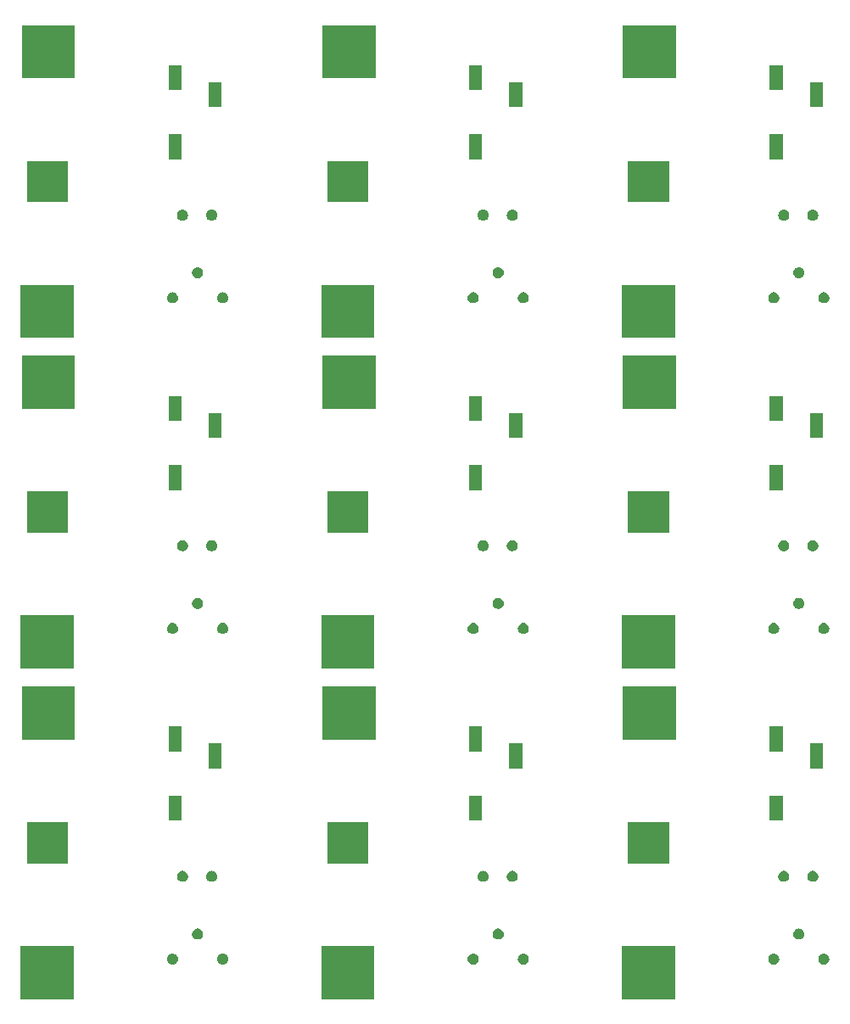
<source format=gbs>
G04 #@! TF.GenerationSoftware,KiCad,Pcbnew,5.1.0*
G04 #@! TF.CreationDate,2019-04-07T17:06:29+09:00*
G04 #@! TF.ProjectId,noname,6e6f6e61-6d65-42e6-9b69-6361645f7063,rev?*
G04 #@! TF.SameCoordinates,Original*
G04 #@! TF.FileFunction,Soldermask,Bot*
G04 #@! TF.FilePolarity,Negative*
%FSLAX46Y46*%
G04 Gerber Fmt 4.6, Leading zero omitted, Abs format (unit mm)*
G04 Created by KiCad (PCBNEW 5.1.0) date 2019-04-07 17:06:29*
%MOMM*%
%LPD*%
G04 APERTURE LIST*
%ADD10C,0.100000*%
G04 APERTURE END LIST*
D10*
G36*
X118751000Y-142601000D02*
G01*
X113449000Y-142601000D01*
X113449000Y-137299000D01*
X118751000Y-137299000D01*
X118751000Y-142601000D01*
X118751000Y-142601000D01*
G37*
G36*
X178751000Y-142601000D02*
G01*
X173449000Y-142601000D01*
X173449000Y-137299000D01*
X178751000Y-137299000D01*
X178751000Y-142601000D01*
X178751000Y-142601000D01*
G37*
G36*
X148751000Y-142601000D02*
G01*
X143449000Y-142601000D01*
X143449000Y-137299000D01*
X148751000Y-137299000D01*
X148751000Y-142601000D01*
X148751000Y-142601000D01*
G37*
G36*
X193760721Y-138070174D02*
G01*
X193860995Y-138111709D01*
X193860996Y-138111710D01*
X193951242Y-138172010D01*
X194027990Y-138248758D01*
X194027991Y-138248760D01*
X194088291Y-138339005D01*
X194129826Y-138439279D01*
X194151000Y-138545730D01*
X194151000Y-138654270D01*
X194129826Y-138760721D01*
X194088291Y-138860995D01*
X194088290Y-138860996D01*
X194027990Y-138951242D01*
X193951242Y-139027990D01*
X193905812Y-139058345D01*
X193860995Y-139088291D01*
X193760721Y-139129826D01*
X193654270Y-139151000D01*
X193545730Y-139151000D01*
X193439279Y-139129826D01*
X193339005Y-139088291D01*
X193294188Y-139058345D01*
X193248758Y-139027990D01*
X193172010Y-138951242D01*
X193111710Y-138860996D01*
X193111709Y-138860995D01*
X193070174Y-138760721D01*
X193049000Y-138654270D01*
X193049000Y-138545730D01*
X193070174Y-138439279D01*
X193111709Y-138339005D01*
X193172009Y-138248760D01*
X193172010Y-138248758D01*
X193248758Y-138172010D01*
X193339004Y-138111710D01*
X193339005Y-138111709D01*
X193439279Y-138070174D01*
X193545730Y-138049000D01*
X193654270Y-138049000D01*
X193760721Y-138070174D01*
X193760721Y-138070174D01*
G37*
G36*
X128760721Y-138070174D02*
G01*
X128860995Y-138111709D01*
X128860996Y-138111710D01*
X128951242Y-138172010D01*
X129027990Y-138248758D01*
X129027991Y-138248760D01*
X129088291Y-138339005D01*
X129129826Y-138439279D01*
X129151000Y-138545730D01*
X129151000Y-138654270D01*
X129129826Y-138760721D01*
X129088291Y-138860995D01*
X129088290Y-138860996D01*
X129027990Y-138951242D01*
X128951242Y-139027990D01*
X128905812Y-139058345D01*
X128860995Y-139088291D01*
X128760721Y-139129826D01*
X128654270Y-139151000D01*
X128545730Y-139151000D01*
X128439279Y-139129826D01*
X128339005Y-139088291D01*
X128294188Y-139058345D01*
X128248758Y-139027990D01*
X128172010Y-138951242D01*
X128111710Y-138860996D01*
X128111709Y-138860995D01*
X128070174Y-138760721D01*
X128049000Y-138654270D01*
X128049000Y-138545730D01*
X128070174Y-138439279D01*
X128111709Y-138339005D01*
X128172009Y-138248760D01*
X128172010Y-138248758D01*
X128248758Y-138172010D01*
X128339004Y-138111710D01*
X128339005Y-138111709D01*
X128439279Y-138070174D01*
X128545730Y-138049000D01*
X128654270Y-138049000D01*
X128760721Y-138070174D01*
X128760721Y-138070174D01*
G37*
G36*
X133760721Y-138070174D02*
G01*
X133860995Y-138111709D01*
X133860996Y-138111710D01*
X133951242Y-138172010D01*
X134027990Y-138248758D01*
X134027991Y-138248760D01*
X134088291Y-138339005D01*
X134129826Y-138439279D01*
X134151000Y-138545730D01*
X134151000Y-138654270D01*
X134129826Y-138760721D01*
X134088291Y-138860995D01*
X134088290Y-138860996D01*
X134027990Y-138951242D01*
X133951242Y-139027990D01*
X133905812Y-139058345D01*
X133860995Y-139088291D01*
X133760721Y-139129826D01*
X133654270Y-139151000D01*
X133545730Y-139151000D01*
X133439279Y-139129826D01*
X133339005Y-139088291D01*
X133294188Y-139058345D01*
X133248758Y-139027990D01*
X133172010Y-138951242D01*
X133111710Y-138860996D01*
X133111709Y-138860995D01*
X133070174Y-138760721D01*
X133049000Y-138654270D01*
X133049000Y-138545730D01*
X133070174Y-138439279D01*
X133111709Y-138339005D01*
X133172009Y-138248760D01*
X133172010Y-138248758D01*
X133248758Y-138172010D01*
X133339004Y-138111710D01*
X133339005Y-138111709D01*
X133439279Y-138070174D01*
X133545730Y-138049000D01*
X133654270Y-138049000D01*
X133760721Y-138070174D01*
X133760721Y-138070174D01*
G37*
G36*
X158760721Y-138070174D02*
G01*
X158860995Y-138111709D01*
X158860996Y-138111710D01*
X158951242Y-138172010D01*
X159027990Y-138248758D01*
X159027991Y-138248760D01*
X159088291Y-138339005D01*
X159129826Y-138439279D01*
X159151000Y-138545730D01*
X159151000Y-138654270D01*
X159129826Y-138760721D01*
X159088291Y-138860995D01*
X159088290Y-138860996D01*
X159027990Y-138951242D01*
X158951242Y-139027990D01*
X158905812Y-139058345D01*
X158860995Y-139088291D01*
X158760721Y-139129826D01*
X158654270Y-139151000D01*
X158545730Y-139151000D01*
X158439279Y-139129826D01*
X158339005Y-139088291D01*
X158294188Y-139058345D01*
X158248758Y-139027990D01*
X158172010Y-138951242D01*
X158111710Y-138860996D01*
X158111709Y-138860995D01*
X158070174Y-138760721D01*
X158049000Y-138654270D01*
X158049000Y-138545730D01*
X158070174Y-138439279D01*
X158111709Y-138339005D01*
X158172009Y-138248760D01*
X158172010Y-138248758D01*
X158248758Y-138172010D01*
X158339004Y-138111710D01*
X158339005Y-138111709D01*
X158439279Y-138070174D01*
X158545730Y-138049000D01*
X158654270Y-138049000D01*
X158760721Y-138070174D01*
X158760721Y-138070174D01*
G37*
G36*
X163760721Y-138070174D02*
G01*
X163860995Y-138111709D01*
X163860996Y-138111710D01*
X163951242Y-138172010D01*
X164027990Y-138248758D01*
X164027991Y-138248760D01*
X164088291Y-138339005D01*
X164129826Y-138439279D01*
X164151000Y-138545730D01*
X164151000Y-138654270D01*
X164129826Y-138760721D01*
X164088291Y-138860995D01*
X164088290Y-138860996D01*
X164027990Y-138951242D01*
X163951242Y-139027990D01*
X163905812Y-139058345D01*
X163860995Y-139088291D01*
X163760721Y-139129826D01*
X163654270Y-139151000D01*
X163545730Y-139151000D01*
X163439279Y-139129826D01*
X163339005Y-139088291D01*
X163294188Y-139058345D01*
X163248758Y-139027990D01*
X163172010Y-138951242D01*
X163111710Y-138860996D01*
X163111709Y-138860995D01*
X163070174Y-138760721D01*
X163049000Y-138654270D01*
X163049000Y-138545730D01*
X163070174Y-138439279D01*
X163111709Y-138339005D01*
X163172009Y-138248760D01*
X163172010Y-138248758D01*
X163248758Y-138172010D01*
X163339004Y-138111710D01*
X163339005Y-138111709D01*
X163439279Y-138070174D01*
X163545730Y-138049000D01*
X163654270Y-138049000D01*
X163760721Y-138070174D01*
X163760721Y-138070174D01*
G37*
G36*
X188760721Y-138070174D02*
G01*
X188860995Y-138111709D01*
X188860996Y-138111710D01*
X188951242Y-138172010D01*
X189027990Y-138248758D01*
X189027991Y-138248760D01*
X189088291Y-138339005D01*
X189129826Y-138439279D01*
X189151000Y-138545730D01*
X189151000Y-138654270D01*
X189129826Y-138760721D01*
X189088291Y-138860995D01*
X189088290Y-138860996D01*
X189027990Y-138951242D01*
X188951242Y-139027990D01*
X188905812Y-139058345D01*
X188860995Y-139088291D01*
X188760721Y-139129826D01*
X188654270Y-139151000D01*
X188545730Y-139151000D01*
X188439279Y-139129826D01*
X188339005Y-139088291D01*
X188294188Y-139058345D01*
X188248758Y-139027990D01*
X188172010Y-138951242D01*
X188111710Y-138860996D01*
X188111709Y-138860995D01*
X188070174Y-138760721D01*
X188049000Y-138654270D01*
X188049000Y-138545730D01*
X188070174Y-138439279D01*
X188111709Y-138339005D01*
X188172009Y-138248760D01*
X188172010Y-138248758D01*
X188248758Y-138172010D01*
X188339004Y-138111710D01*
X188339005Y-138111709D01*
X188439279Y-138070174D01*
X188545730Y-138049000D01*
X188654270Y-138049000D01*
X188760721Y-138070174D01*
X188760721Y-138070174D01*
G37*
G36*
X131260721Y-135570174D02*
G01*
X131360995Y-135611709D01*
X131360996Y-135611710D01*
X131451242Y-135672010D01*
X131527990Y-135748758D01*
X131527991Y-135748760D01*
X131588291Y-135839005D01*
X131629826Y-135939279D01*
X131651000Y-136045730D01*
X131651000Y-136154270D01*
X131629826Y-136260721D01*
X131588291Y-136360995D01*
X131588290Y-136360996D01*
X131527990Y-136451242D01*
X131451242Y-136527990D01*
X131405812Y-136558345D01*
X131360995Y-136588291D01*
X131260721Y-136629826D01*
X131154270Y-136651000D01*
X131045730Y-136651000D01*
X130939279Y-136629826D01*
X130839005Y-136588291D01*
X130794188Y-136558345D01*
X130748758Y-136527990D01*
X130672010Y-136451242D01*
X130611710Y-136360996D01*
X130611709Y-136360995D01*
X130570174Y-136260721D01*
X130549000Y-136154270D01*
X130549000Y-136045730D01*
X130570174Y-135939279D01*
X130611709Y-135839005D01*
X130672009Y-135748760D01*
X130672010Y-135748758D01*
X130748758Y-135672010D01*
X130839004Y-135611710D01*
X130839005Y-135611709D01*
X130939279Y-135570174D01*
X131045730Y-135549000D01*
X131154270Y-135549000D01*
X131260721Y-135570174D01*
X131260721Y-135570174D01*
G37*
G36*
X191260721Y-135570174D02*
G01*
X191360995Y-135611709D01*
X191360996Y-135611710D01*
X191451242Y-135672010D01*
X191527990Y-135748758D01*
X191527991Y-135748760D01*
X191588291Y-135839005D01*
X191629826Y-135939279D01*
X191651000Y-136045730D01*
X191651000Y-136154270D01*
X191629826Y-136260721D01*
X191588291Y-136360995D01*
X191588290Y-136360996D01*
X191527990Y-136451242D01*
X191451242Y-136527990D01*
X191405812Y-136558345D01*
X191360995Y-136588291D01*
X191260721Y-136629826D01*
X191154270Y-136651000D01*
X191045730Y-136651000D01*
X190939279Y-136629826D01*
X190839005Y-136588291D01*
X190794188Y-136558345D01*
X190748758Y-136527990D01*
X190672010Y-136451242D01*
X190611710Y-136360996D01*
X190611709Y-136360995D01*
X190570174Y-136260721D01*
X190549000Y-136154270D01*
X190549000Y-136045730D01*
X190570174Y-135939279D01*
X190611709Y-135839005D01*
X190672009Y-135748760D01*
X190672010Y-135748758D01*
X190748758Y-135672010D01*
X190839004Y-135611710D01*
X190839005Y-135611709D01*
X190939279Y-135570174D01*
X191045730Y-135549000D01*
X191154270Y-135549000D01*
X191260721Y-135570174D01*
X191260721Y-135570174D01*
G37*
G36*
X161260721Y-135570174D02*
G01*
X161360995Y-135611709D01*
X161360996Y-135611710D01*
X161451242Y-135672010D01*
X161527990Y-135748758D01*
X161527991Y-135748760D01*
X161588291Y-135839005D01*
X161629826Y-135939279D01*
X161651000Y-136045730D01*
X161651000Y-136154270D01*
X161629826Y-136260721D01*
X161588291Y-136360995D01*
X161588290Y-136360996D01*
X161527990Y-136451242D01*
X161451242Y-136527990D01*
X161405812Y-136558345D01*
X161360995Y-136588291D01*
X161260721Y-136629826D01*
X161154270Y-136651000D01*
X161045730Y-136651000D01*
X160939279Y-136629826D01*
X160839005Y-136588291D01*
X160794188Y-136558345D01*
X160748758Y-136527990D01*
X160672010Y-136451242D01*
X160611710Y-136360996D01*
X160611709Y-136360995D01*
X160570174Y-136260721D01*
X160549000Y-136154270D01*
X160549000Y-136045730D01*
X160570174Y-135939279D01*
X160611709Y-135839005D01*
X160672009Y-135748760D01*
X160672010Y-135748758D01*
X160748758Y-135672010D01*
X160839004Y-135611710D01*
X160839005Y-135611709D01*
X160939279Y-135570174D01*
X161045730Y-135549000D01*
X161154270Y-135549000D01*
X161260721Y-135570174D01*
X161260721Y-135570174D01*
G37*
G36*
X189760721Y-129820174D02*
G01*
X189860995Y-129861709D01*
X189860996Y-129861710D01*
X189951242Y-129922010D01*
X190027990Y-129998758D01*
X190027991Y-129998760D01*
X190088291Y-130089005D01*
X190129826Y-130189279D01*
X190151000Y-130295730D01*
X190151000Y-130404270D01*
X190129826Y-130510721D01*
X190088291Y-130610995D01*
X190088290Y-130610996D01*
X190027990Y-130701242D01*
X189951242Y-130777990D01*
X189905812Y-130808345D01*
X189860995Y-130838291D01*
X189760721Y-130879826D01*
X189654270Y-130901000D01*
X189545730Y-130901000D01*
X189439279Y-130879826D01*
X189339005Y-130838291D01*
X189294188Y-130808345D01*
X189248758Y-130777990D01*
X189172010Y-130701242D01*
X189111710Y-130610996D01*
X189111709Y-130610995D01*
X189070174Y-130510721D01*
X189049000Y-130404270D01*
X189049000Y-130295730D01*
X189070174Y-130189279D01*
X189111709Y-130089005D01*
X189172009Y-129998760D01*
X189172010Y-129998758D01*
X189248758Y-129922010D01*
X189339004Y-129861710D01*
X189339005Y-129861709D01*
X189439279Y-129820174D01*
X189545730Y-129799000D01*
X189654270Y-129799000D01*
X189760721Y-129820174D01*
X189760721Y-129820174D01*
G37*
G36*
X129760721Y-129820174D02*
G01*
X129860995Y-129861709D01*
X129860996Y-129861710D01*
X129951242Y-129922010D01*
X130027990Y-129998758D01*
X130027991Y-129998760D01*
X130088291Y-130089005D01*
X130129826Y-130189279D01*
X130151000Y-130295730D01*
X130151000Y-130404270D01*
X130129826Y-130510721D01*
X130088291Y-130610995D01*
X130088290Y-130610996D01*
X130027990Y-130701242D01*
X129951242Y-130777990D01*
X129905812Y-130808345D01*
X129860995Y-130838291D01*
X129760721Y-130879826D01*
X129654270Y-130901000D01*
X129545730Y-130901000D01*
X129439279Y-130879826D01*
X129339005Y-130838291D01*
X129294188Y-130808345D01*
X129248758Y-130777990D01*
X129172010Y-130701242D01*
X129111710Y-130610996D01*
X129111709Y-130610995D01*
X129070174Y-130510721D01*
X129049000Y-130404270D01*
X129049000Y-130295730D01*
X129070174Y-130189279D01*
X129111709Y-130089005D01*
X129172009Y-129998760D01*
X129172010Y-129998758D01*
X129248758Y-129922010D01*
X129339004Y-129861710D01*
X129339005Y-129861709D01*
X129439279Y-129820174D01*
X129545730Y-129799000D01*
X129654270Y-129799000D01*
X129760721Y-129820174D01*
X129760721Y-129820174D01*
G37*
G36*
X132660721Y-129820174D02*
G01*
X132760995Y-129861709D01*
X132760996Y-129861710D01*
X132851242Y-129922010D01*
X132927990Y-129998758D01*
X132927991Y-129998760D01*
X132988291Y-130089005D01*
X133029826Y-130189279D01*
X133051000Y-130295730D01*
X133051000Y-130404270D01*
X133029826Y-130510721D01*
X132988291Y-130610995D01*
X132988290Y-130610996D01*
X132927990Y-130701242D01*
X132851242Y-130777990D01*
X132805812Y-130808345D01*
X132760995Y-130838291D01*
X132660721Y-130879826D01*
X132554270Y-130901000D01*
X132445730Y-130901000D01*
X132339279Y-130879826D01*
X132239005Y-130838291D01*
X132194188Y-130808345D01*
X132148758Y-130777990D01*
X132072010Y-130701242D01*
X132011710Y-130610996D01*
X132011709Y-130610995D01*
X131970174Y-130510721D01*
X131949000Y-130404270D01*
X131949000Y-130295730D01*
X131970174Y-130189279D01*
X132011709Y-130089005D01*
X132072009Y-129998760D01*
X132072010Y-129998758D01*
X132148758Y-129922010D01*
X132239004Y-129861710D01*
X132239005Y-129861709D01*
X132339279Y-129820174D01*
X132445730Y-129799000D01*
X132554270Y-129799000D01*
X132660721Y-129820174D01*
X132660721Y-129820174D01*
G37*
G36*
X159760721Y-129820174D02*
G01*
X159860995Y-129861709D01*
X159860996Y-129861710D01*
X159951242Y-129922010D01*
X160027990Y-129998758D01*
X160027991Y-129998760D01*
X160088291Y-130089005D01*
X160129826Y-130189279D01*
X160151000Y-130295730D01*
X160151000Y-130404270D01*
X160129826Y-130510721D01*
X160088291Y-130610995D01*
X160088290Y-130610996D01*
X160027990Y-130701242D01*
X159951242Y-130777990D01*
X159905812Y-130808345D01*
X159860995Y-130838291D01*
X159760721Y-130879826D01*
X159654270Y-130901000D01*
X159545730Y-130901000D01*
X159439279Y-130879826D01*
X159339005Y-130838291D01*
X159294188Y-130808345D01*
X159248758Y-130777990D01*
X159172010Y-130701242D01*
X159111710Y-130610996D01*
X159111709Y-130610995D01*
X159070174Y-130510721D01*
X159049000Y-130404270D01*
X159049000Y-130295730D01*
X159070174Y-130189279D01*
X159111709Y-130089005D01*
X159172009Y-129998760D01*
X159172010Y-129998758D01*
X159248758Y-129922010D01*
X159339004Y-129861710D01*
X159339005Y-129861709D01*
X159439279Y-129820174D01*
X159545730Y-129799000D01*
X159654270Y-129799000D01*
X159760721Y-129820174D01*
X159760721Y-129820174D01*
G37*
G36*
X162660721Y-129820174D02*
G01*
X162760995Y-129861709D01*
X162760996Y-129861710D01*
X162851242Y-129922010D01*
X162927990Y-129998758D01*
X162927991Y-129998760D01*
X162988291Y-130089005D01*
X163029826Y-130189279D01*
X163051000Y-130295730D01*
X163051000Y-130404270D01*
X163029826Y-130510721D01*
X162988291Y-130610995D01*
X162988290Y-130610996D01*
X162927990Y-130701242D01*
X162851242Y-130777990D01*
X162805812Y-130808345D01*
X162760995Y-130838291D01*
X162660721Y-130879826D01*
X162554270Y-130901000D01*
X162445730Y-130901000D01*
X162339279Y-130879826D01*
X162239005Y-130838291D01*
X162194188Y-130808345D01*
X162148758Y-130777990D01*
X162072010Y-130701242D01*
X162011710Y-130610996D01*
X162011709Y-130610995D01*
X161970174Y-130510721D01*
X161949000Y-130404270D01*
X161949000Y-130295730D01*
X161970174Y-130189279D01*
X162011709Y-130089005D01*
X162072009Y-129998760D01*
X162072010Y-129998758D01*
X162148758Y-129922010D01*
X162239004Y-129861710D01*
X162239005Y-129861709D01*
X162339279Y-129820174D01*
X162445730Y-129799000D01*
X162554270Y-129799000D01*
X162660721Y-129820174D01*
X162660721Y-129820174D01*
G37*
G36*
X192660721Y-129820174D02*
G01*
X192760995Y-129861709D01*
X192760996Y-129861710D01*
X192851242Y-129922010D01*
X192927990Y-129998758D01*
X192927991Y-129998760D01*
X192988291Y-130089005D01*
X193029826Y-130189279D01*
X193051000Y-130295730D01*
X193051000Y-130404270D01*
X193029826Y-130510721D01*
X192988291Y-130610995D01*
X192988290Y-130610996D01*
X192927990Y-130701242D01*
X192851242Y-130777990D01*
X192805812Y-130808345D01*
X192760995Y-130838291D01*
X192660721Y-130879826D01*
X192554270Y-130901000D01*
X192445730Y-130901000D01*
X192339279Y-130879826D01*
X192239005Y-130838291D01*
X192194188Y-130808345D01*
X192148758Y-130777990D01*
X192072010Y-130701242D01*
X192011710Y-130610996D01*
X192011709Y-130610995D01*
X191970174Y-130510721D01*
X191949000Y-130404270D01*
X191949000Y-130295730D01*
X191970174Y-130189279D01*
X192011709Y-130089005D01*
X192072009Y-129998760D01*
X192072010Y-129998758D01*
X192148758Y-129922010D01*
X192239004Y-129861710D01*
X192239005Y-129861709D01*
X192339279Y-129820174D01*
X192445730Y-129799000D01*
X192554270Y-129799000D01*
X192660721Y-129820174D01*
X192660721Y-129820174D01*
G37*
G36*
X178151000Y-129051000D02*
G01*
X174049000Y-129051000D01*
X174049000Y-124949000D01*
X178151000Y-124949000D01*
X178151000Y-129051000D01*
X178151000Y-129051000D01*
G37*
G36*
X118151000Y-129051000D02*
G01*
X114049000Y-129051000D01*
X114049000Y-124949000D01*
X118151000Y-124949000D01*
X118151000Y-129051000D01*
X118151000Y-129051000D01*
G37*
G36*
X148151000Y-129051000D02*
G01*
X144049000Y-129051000D01*
X144049000Y-124949000D01*
X148151000Y-124949000D01*
X148151000Y-129051000D01*
X148151000Y-129051000D01*
G37*
G36*
X189501000Y-124801000D02*
G01*
X188199000Y-124801000D01*
X188199000Y-122299000D01*
X189501000Y-122299000D01*
X189501000Y-124801000D01*
X189501000Y-124801000D01*
G37*
G36*
X159501000Y-124801000D02*
G01*
X158199000Y-124801000D01*
X158199000Y-122299000D01*
X159501000Y-122299000D01*
X159501000Y-124801000D01*
X159501000Y-124801000D01*
G37*
G36*
X129501000Y-124801000D02*
G01*
X128199000Y-124801000D01*
X128199000Y-122299000D01*
X129501000Y-122299000D01*
X129501000Y-124801000D01*
X129501000Y-124801000D01*
G37*
G36*
X193501000Y-119601000D02*
G01*
X192199000Y-119601000D01*
X192199000Y-117099000D01*
X193501000Y-117099000D01*
X193501000Y-119601000D01*
X193501000Y-119601000D01*
G37*
G36*
X133501000Y-119601000D02*
G01*
X132199000Y-119601000D01*
X132199000Y-117099000D01*
X133501000Y-117099000D01*
X133501000Y-119601000D01*
X133501000Y-119601000D01*
G37*
G36*
X163501000Y-119601000D02*
G01*
X162199000Y-119601000D01*
X162199000Y-117099000D01*
X163501000Y-117099000D01*
X163501000Y-119601000D01*
X163501000Y-119601000D01*
G37*
G36*
X189501000Y-117901000D02*
G01*
X188199000Y-117901000D01*
X188199000Y-115399000D01*
X189501000Y-115399000D01*
X189501000Y-117901000D01*
X189501000Y-117901000D01*
G37*
G36*
X129501000Y-117901000D02*
G01*
X128199000Y-117901000D01*
X128199000Y-115399000D01*
X129501000Y-115399000D01*
X129501000Y-117901000D01*
X129501000Y-117901000D01*
G37*
G36*
X159501000Y-117901000D02*
G01*
X158199000Y-117901000D01*
X158199000Y-115399000D01*
X159501000Y-115399000D01*
X159501000Y-117901000D01*
X159501000Y-117901000D01*
G37*
G36*
X148851000Y-116701000D02*
G01*
X143549000Y-116701000D01*
X143549000Y-111399000D01*
X148851000Y-111399000D01*
X148851000Y-116701000D01*
X148851000Y-116701000D01*
G37*
G36*
X178851000Y-116701000D02*
G01*
X173549000Y-116701000D01*
X173549000Y-111399000D01*
X178851000Y-111399000D01*
X178851000Y-116701000D01*
X178851000Y-116701000D01*
G37*
G36*
X118851000Y-116701000D02*
G01*
X113549000Y-116701000D01*
X113549000Y-111399000D01*
X118851000Y-111399000D01*
X118851000Y-116701000D01*
X118851000Y-116701000D01*
G37*
G36*
X178751000Y-109601000D02*
G01*
X173449000Y-109601000D01*
X173449000Y-104299000D01*
X178751000Y-104299000D01*
X178751000Y-109601000D01*
X178751000Y-109601000D01*
G37*
G36*
X148751000Y-109601000D02*
G01*
X143449000Y-109601000D01*
X143449000Y-104299000D01*
X148751000Y-104299000D01*
X148751000Y-109601000D01*
X148751000Y-109601000D01*
G37*
G36*
X118751000Y-109601000D02*
G01*
X113449000Y-109601000D01*
X113449000Y-104299000D01*
X118751000Y-104299000D01*
X118751000Y-109601000D01*
X118751000Y-109601000D01*
G37*
G36*
X158760721Y-105070174D02*
G01*
X158860995Y-105111709D01*
X158860996Y-105111710D01*
X158951242Y-105172010D01*
X159027990Y-105248758D01*
X159027991Y-105248760D01*
X159088291Y-105339005D01*
X159129826Y-105439279D01*
X159151000Y-105545730D01*
X159151000Y-105654270D01*
X159129826Y-105760721D01*
X159088291Y-105860995D01*
X159088290Y-105860996D01*
X159027990Y-105951242D01*
X158951242Y-106027990D01*
X158905812Y-106058345D01*
X158860995Y-106088291D01*
X158760721Y-106129826D01*
X158654270Y-106151000D01*
X158545730Y-106151000D01*
X158439279Y-106129826D01*
X158339005Y-106088291D01*
X158294188Y-106058345D01*
X158248758Y-106027990D01*
X158172010Y-105951242D01*
X158111710Y-105860996D01*
X158111709Y-105860995D01*
X158070174Y-105760721D01*
X158049000Y-105654270D01*
X158049000Y-105545730D01*
X158070174Y-105439279D01*
X158111709Y-105339005D01*
X158172009Y-105248760D01*
X158172010Y-105248758D01*
X158248758Y-105172010D01*
X158339004Y-105111710D01*
X158339005Y-105111709D01*
X158439279Y-105070174D01*
X158545730Y-105049000D01*
X158654270Y-105049000D01*
X158760721Y-105070174D01*
X158760721Y-105070174D01*
G37*
G36*
X133760721Y-105070174D02*
G01*
X133860995Y-105111709D01*
X133860996Y-105111710D01*
X133951242Y-105172010D01*
X134027990Y-105248758D01*
X134027991Y-105248760D01*
X134088291Y-105339005D01*
X134129826Y-105439279D01*
X134151000Y-105545730D01*
X134151000Y-105654270D01*
X134129826Y-105760721D01*
X134088291Y-105860995D01*
X134088290Y-105860996D01*
X134027990Y-105951242D01*
X133951242Y-106027990D01*
X133905812Y-106058345D01*
X133860995Y-106088291D01*
X133760721Y-106129826D01*
X133654270Y-106151000D01*
X133545730Y-106151000D01*
X133439279Y-106129826D01*
X133339005Y-106088291D01*
X133294188Y-106058345D01*
X133248758Y-106027990D01*
X133172010Y-105951242D01*
X133111710Y-105860996D01*
X133111709Y-105860995D01*
X133070174Y-105760721D01*
X133049000Y-105654270D01*
X133049000Y-105545730D01*
X133070174Y-105439279D01*
X133111709Y-105339005D01*
X133172009Y-105248760D01*
X133172010Y-105248758D01*
X133248758Y-105172010D01*
X133339004Y-105111710D01*
X133339005Y-105111709D01*
X133439279Y-105070174D01*
X133545730Y-105049000D01*
X133654270Y-105049000D01*
X133760721Y-105070174D01*
X133760721Y-105070174D01*
G37*
G36*
X193760721Y-105070174D02*
G01*
X193860995Y-105111709D01*
X193860996Y-105111710D01*
X193951242Y-105172010D01*
X194027990Y-105248758D01*
X194027991Y-105248760D01*
X194088291Y-105339005D01*
X194129826Y-105439279D01*
X194151000Y-105545730D01*
X194151000Y-105654270D01*
X194129826Y-105760721D01*
X194088291Y-105860995D01*
X194088290Y-105860996D01*
X194027990Y-105951242D01*
X193951242Y-106027990D01*
X193905812Y-106058345D01*
X193860995Y-106088291D01*
X193760721Y-106129826D01*
X193654270Y-106151000D01*
X193545730Y-106151000D01*
X193439279Y-106129826D01*
X193339005Y-106088291D01*
X193294188Y-106058345D01*
X193248758Y-106027990D01*
X193172010Y-105951242D01*
X193111710Y-105860996D01*
X193111709Y-105860995D01*
X193070174Y-105760721D01*
X193049000Y-105654270D01*
X193049000Y-105545730D01*
X193070174Y-105439279D01*
X193111709Y-105339005D01*
X193172009Y-105248760D01*
X193172010Y-105248758D01*
X193248758Y-105172010D01*
X193339004Y-105111710D01*
X193339005Y-105111709D01*
X193439279Y-105070174D01*
X193545730Y-105049000D01*
X193654270Y-105049000D01*
X193760721Y-105070174D01*
X193760721Y-105070174D01*
G37*
G36*
X188760721Y-105070174D02*
G01*
X188860995Y-105111709D01*
X188860996Y-105111710D01*
X188951242Y-105172010D01*
X189027990Y-105248758D01*
X189027991Y-105248760D01*
X189088291Y-105339005D01*
X189129826Y-105439279D01*
X189151000Y-105545730D01*
X189151000Y-105654270D01*
X189129826Y-105760721D01*
X189088291Y-105860995D01*
X189088290Y-105860996D01*
X189027990Y-105951242D01*
X188951242Y-106027990D01*
X188905812Y-106058345D01*
X188860995Y-106088291D01*
X188760721Y-106129826D01*
X188654270Y-106151000D01*
X188545730Y-106151000D01*
X188439279Y-106129826D01*
X188339005Y-106088291D01*
X188294188Y-106058345D01*
X188248758Y-106027990D01*
X188172010Y-105951242D01*
X188111710Y-105860996D01*
X188111709Y-105860995D01*
X188070174Y-105760721D01*
X188049000Y-105654270D01*
X188049000Y-105545730D01*
X188070174Y-105439279D01*
X188111709Y-105339005D01*
X188172009Y-105248760D01*
X188172010Y-105248758D01*
X188248758Y-105172010D01*
X188339004Y-105111710D01*
X188339005Y-105111709D01*
X188439279Y-105070174D01*
X188545730Y-105049000D01*
X188654270Y-105049000D01*
X188760721Y-105070174D01*
X188760721Y-105070174D01*
G37*
G36*
X163760721Y-105070174D02*
G01*
X163860995Y-105111709D01*
X163860996Y-105111710D01*
X163951242Y-105172010D01*
X164027990Y-105248758D01*
X164027991Y-105248760D01*
X164088291Y-105339005D01*
X164129826Y-105439279D01*
X164151000Y-105545730D01*
X164151000Y-105654270D01*
X164129826Y-105760721D01*
X164088291Y-105860995D01*
X164088290Y-105860996D01*
X164027990Y-105951242D01*
X163951242Y-106027990D01*
X163905812Y-106058345D01*
X163860995Y-106088291D01*
X163760721Y-106129826D01*
X163654270Y-106151000D01*
X163545730Y-106151000D01*
X163439279Y-106129826D01*
X163339005Y-106088291D01*
X163294188Y-106058345D01*
X163248758Y-106027990D01*
X163172010Y-105951242D01*
X163111710Y-105860996D01*
X163111709Y-105860995D01*
X163070174Y-105760721D01*
X163049000Y-105654270D01*
X163049000Y-105545730D01*
X163070174Y-105439279D01*
X163111709Y-105339005D01*
X163172009Y-105248760D01*
X163172010Y-105248758D01*
X163248758Y-105172010D01*
X163339004Y-105111710D01*
X163339005Y-105111709D01*
X163439279Y-105070174D01*
X163545730Y-105049000D01*
X163654270Y-105049000D01*
X163760721Y-105070174D01*
X163760721Y-105070174D01*
G37*
G36*
X128760721Y-105070174D02*
G01*
X128860995Y-105111709D01*
X128860996Y-105111710D01*
X128951242Y-105172010D01*
X129027990Y-105248758D01*
X129027991Y-105248760D01*
X129088291Y-105339005D01*
X129129826Y-105439279D01*
X129151000Y-105545730D01*
X129151000Y-105654270D01*
X129129826Y-105760721D01*
X129088291Y-105860995D01*
X129088290Y-105860996D01*
X129027990Y-105951242D01*
X128951242Y-106027990D01*
X128905812Y-106058345D01*
X128860995Y-106088291D01*
X128760721Y-106129826D01*
X128654270Y-106151000D01*
X128545730Y-106151000D01*
X128439279Y-106129826D01*
X128339005Y-106088291D01*
X128294188Y-106058345D01*
X128248758Y-106027990D01*
X128172010Y-105951242D01*
X128111710Y-105860996D01*
X128111709Y-105860995D01*
X128070174Y-105760721D01*
X128049000Y-105654270D01*
X128049000Y-105545730D01*
X128070174Y-105439279D01*
X128111709Y-105339005D01*
X128172009Y-105248760D01*
X128172010Y-105248758D01*
X128248758Y-105172010D01*
X128339004Y-105111710D01*
X128339005Y-105111709D01*
X128439279Y-105070174D01*
X128545730Y-105049000D01*
X128654270Y-105049000D01*
X128760721Y-105070174D01*
X128760721Y-105070174D01*
G37*
G36*
X161260721Y-102570174D02*
G01*
X161360995Y-102611709D01*
X161360996Y-102611710D01*
X161451242Y-102672010D01*
X161527990Y-102748758D01*
X161527991Y-102748760D01*
X161588291Y-102839005D01*
X161629826Y-102939279D01*
X161651000Y-103045730D01*
X161651000Y-103154270D01*
X161629826Y-103260721D01*
X161588291Y-103360995D01*
X161588290Y-103360996D01*
X161527990Y-103451242D01*
X161451242Y-103527990D01*
X161405812Y-103558345D01*
X161360995Y-103588291D01*
X161260721Y-103629826D01*
X161154270Y-103651000D01*
X161045730Y-103651000D01*
X160939279Y-103629826D01*
X160839005Y-103588291D01*
X160794188Y-103558345D01*
X160748758Y-103527990D01*
X160672010Y-103451242D01*
X160611710Y-103360996D01*
X160611709Y-103360995D01*
X160570174Y-103260721D01*
X160549000Y-103154270D01*
X160549000Y-103045730D01*
X160570174Y-102939279D01*
X160611709Y-102839005D01*
X160672009Y-102748760D01*
X160672010Y-102748758D01*
X160748758Y-102672010D01*
X160839004Y-102611710D01*
X160839005Y-102611709D01*
X160939279Y-102570174D01*
X161045730Y-102549000D01*
X161154270Y-102549000D01*
X161260721Y-102570174D01*
X161260721Y-102570174D01*
G37*
G36*
X131260721Y-102570174D02*
G01*
X131360995Y-102611709D01*
X131360996Y-102611710D01*
X131451242Y-102672010D01*
X131527990Y-102748758D01*
X131527991Y-102748760D01*
X131588291Y-102839005D01*
X131629826Y-102939279D01*
X131651000Y-103045730D01*
X131651000Y-103154270D01*
X131629826Y-103260721D01*
X131588291Y-103360995D01*
X131588290Y-103360996D01*
X131527990Y-103451242D01*
X131451242Y-103527990D01*
X131405812Y-103558345D01*
X131360995Y-103588291D01*
X131260721Y-103629826D01*
X131154270Y-103651000D01*
X131045730Y-103651000D01*
X130939279Y-103629826D01*
X130839005Y-103588291D01*
X130794188Y-103558345D01*
X130748758Y-103527990D01*
X130672010Y-103451242D01*
X130611710Y-103360996D01*
X130611709Y-103360995D01*
X130570174Y-103260721D01*
X130549000Y-103154270D01*
X130549000Y-103045730D01*
X130570174Y-102939279D01*
X130611709Y-102839005D01*
X130672009Y-102748760D01*
X130672010Y-102748758D01*
X130748758Y-102672010D01*
X130839004Y-102611710D01*
X130839005Y-102611709D01*
X130939279Y-102570174D01*
X131045730Y-102549000D01*
X131154270Y-102549000D01*
X131260721Y-102570174D01*
X131260721Y-102570174D01*
G37*
G36*
X191260721Y-102570174D02*
G01*
X191360995Y-102611709D01*
X191360996Y-102611710D01*
X191451242Y-102672010D01*
X191527990Y-102748758D01*
X191527991Y-102748760D01*
X191588291Y-102839005D01*
X191629826Y-102939279D01*
X191651000Y-103045730D01*
X191651000Y-103154270D01*
X191629826Y-103260721D01*
X191588291Y-103360995D01*
X191588290Y-103360996D01*
X191527990Y-103451242D01*
X191451242Y-103527990D01*
X191405812Y-103558345D01*
X191360995Y-103588291D01*
X191260721Y-103629826D01*
X191154270Y-103651000D01*
X191045730Y-103651000D01*
X190939279Y-103629826D01*
X190839005Y-103588291D01*
X190794188Y-103558345D01*
X190748758Y-103527990D01*
X190672010Y-103451242D01*
X190611710Y-103360996D01*
X190611709Y-103360995D01*
X190570174Y-103260721D01*
X190549000Y-103154270D01*
X190549000Y-103045730D01*
X190570174Y-102939279D01*
X190611709Y-102839005D01*
X190672009Y-102748760D01*
X190672010Y-102748758D01*
X190748758Y-102672010D01*
X190839004Y-102611710D01*
X190839005Y-102611709D01*
X190939279Y-102570174D01*
X191045730Y-102549000D01*
X191154270Y-102549000D01*
X191260721Y-102570174D01*
X191260721Y-102570174D01*
G37*
G36*
X192660721Y-96820174D02*
G01*
X192760995Y-96861709D01*
X192760996Y-96861710D01*
X192851242Y-96922010D01*
X192927990Y-96998758D01*
X192927991Y-96998760D01*
X192988291Y-97089005D01*
X193029826Y-97189279D01*
X193051000Y-97295730D01*
X193051000Y-97404270D01*
X193029826Y-97510721D01*
X192988291Y-97610995D01*
X192988290Y-97610996D01*
X192927990Y-97701242D01*
X192851242Y-97777990D01*
X192805812Y-97808345D01*
X192760995Y-97838291D01*
X192660721Y-97879826D01*
X192554270Y-97901000D01*
X192445730Y-97901000D01*
X192339279Y-97879826D01*
X192239005Y-97838291D01*
X192194188Y-97808345D01*
X192148758Y-97777990D01*
X192072010Y-97701242D01*
X192011710Y-97610996D01*
X192011709Y-97610995D01*
X191970174Y-97510721D01*
X191949000Y-97404270D01*
X191949000Y-97295730D01*
X191970174Y-97189279D01*
X192011709Y-97089005D01*
X192072009Y-96998760D01*
X192072010Y-96998758D01*
X192148758Y-96922010D01*
X192239004Y-96861710D01*
X192239005Y-96861709D01*
X192339279Y-96820174D01*
X192445730Y-96799000D01*
X192554270Y-96799000D01*
X192660721Y-96820174D01*
X192660721Y-96820174D01*
G37*
G36*
X189760721Y-96820174D02*
G01*
X189860995Y-96861709D01*
X189860996Y-96861710D01*
X189951242Y-96922010D01*
X190027990Y-96998758D01*
X190027991Y-96998760D01*
X190088291Y-97089005D01*
X190129826Y-97189279D01*
X190151000Y-97295730D01*
X190151000Y-97404270D01*
X190129826Y-97510721D01*
X190088291Y-97610995D01*
X190088290Y-97610996D01*
X190027990Y-97701242D01*
X189951242Y-97777990D01*
X189905812Y-97808345D01*
X189860995Y-97838291D01*
X189760721Y-97879826D01*
X189654270Y-97901000D01*
X189545730Y-97901000D01*
X189439279Y-97879826D01*
X189339005Y-97838291D01*
X189294188Y-97808345D01*
X189248758Y-97777990D01*
X189172010Y-97701242D01*
X189111710Y-97610996D01*
X189111709Y-97610995D01*
X189070174Y-97510721D01*
X189049000Y-97404270D01*
X189049000Y-97295730D01*
X189070174Y-97189279D01*
X189111709Y-97089005D01*
X189172009Y-96998760D01*
X189172010Y-96998758D01*
X189248758Y-96922010D01*
X189339004Y-96861710D01*
X189339005Y-96861709D01*
X189439279Y-96820174D01*
X189545730Y-96799000D01*
X189654270Y-96799000D01*
X189760721Y-96820174D01*
X189760721Y-96820174D01*
G37*
G36*
X159760721Y-96820174D02*
G01*
X159860995Y-96861709D01*
X159860996Y-96861710D01*
X159951242Y-96922010D01*
X160027990Y-96998758D01*
X160027991Y-96998760D01*
X160088291Y-97089005D01*
X160129826Y-97189279D01*
X160151000Y-97295730D01*
X160151000Y-97404270D01*
X160129826Y-97510721D01*
X160088291Y-97610995D01*
X160088290Y-97610996D01*
X160027990Y-97701242D01*
X159951242Y-97777990D01*
X159905812Y-97808345D01*
X159860995Y-97838291D01*
X159760721Y-97879826D01*
X159654270Y-97901000D01*
X159545730Y-97901000D01*
X159439279Y-97879826D01*
X159339005Y-97838291D01*
X159294188Y-97808345D01*
X159248758Y-97777990D01*
X159172010Y-97701242D01*
X159111710Y-97610996D01*
X159111709Y-97610995D01*
X159070174Y-97510721D01*
X159049000Y-97404270D01*
X159049000Y-97295730D01*
X159070174Y-97189279D01*
X159111709Y-97089005D01*
X159172009Y-96998760D01*
X159172010Y-96998758D01*
X159248758Y-96922010D01*
X159339004Y-96861710D01*
X159339005Y-96861709D01*
X159439279Y-96820174D01*
X159545730Y-96799000D01*
X159654270Y-96799000D01*
X159760721Y-96820174D01*
X159760721Y-96820174D01*
G37*
G36*
X129760721Y-96820174D02*
G01*
X129860995Y-96861709D01*
X129860996Y-96861710D01*
X129951242Y-96922010D01*
X130027990Y-96998758D01*
X130027991Y-96998760D01*
X130088291Y-97089005D01*
X130129826Y-97189279D01*
X130151000Y-97295730D01*
X130151000Y-97404270D01*
X130129826Y-97510721D01*
X130088291Y-97610995D01*
X130088290Y-97610996D01*
X130027990Y-97701242D01*
X129951242Y-97777990D01*
X129905812Y-97808345D01*
X129860995Y-97838291D01*
X129760721Y-97879826D01*
X129654270Y-97901000D01*
X129545730Y-97901000D01*
X129439279Y-97879826D01*
X129339005Y-97838291D01*
X129294188Y-97808345D01*
X129248758Y-97777990D01*
X129172010Y-97701242D01*
X129111710Y-97610996D01*
X129111709Y-97610995D01*
X129070174Y-97510721D01*
X129049000Y-97404270D01*
X129049000Y-97295730D01*
X129070174Y-97189279D01*
X129111709Y-97089005D01*
X129172009Y-96998760D01*
X129172010Y-96998758D01*
X129248758Y-96922010D01*
X129339004Y-96861710D01*
X129339005Y-96861709D01*
X129439279Y-96820174D01*
X129545730Y-96799000D01*
X129654270Y-96799000D01*
X129760721Y-96820174D01*
X129760721Y-96820174D01*
G37*
G36*
X162660721Y-96820174D02*
G01*
X162760995Y-96861709D01*
X162760996Y-96861710D01*
X162851242Y-96922010D01*
X162927990Y-96998758D01*
X162927991Y-96998760D01*
X162988291Y-97089005D01*
X163029826Y-97189279D01*
X163051000Y-97295730D01*
X163051000Y-97404270D01*
X163029826Y-97510721D01*
X162988291Y-97610995D01*
X162988290Y-97610996D01*
X162927990Y-97701242D01*
X162851242Y-97777990D01*
X162805812Y-97808345D01*
X162760995Y-97838291D01*
X162660721Y-97879826D01*
X162554270Y-97901000D01*
X162445730Y-97901000D01*
X162339279Y-97879826D01*
X162239005Y-97838291D01*
X162194188Y-97808345D01*
X162148758Y-97777990D01*
X162072010Y-97701242D01*
X162011710Y-97610996D01*
X162011709Y-97610995D01*
X161970174Y-97510721D01*
X161949000Y-97404270D01*
X161949000Y-97295730D01*
X161970174Y-97189279D01*
X162011709Y-97089005D01*
X162072009Y-96998760D01*
X162072010Y-96998758D01*
X162148758Y-96922010D01*
X162239004Y-96861710D01*
X162239005Y-96861709D01*
X162339279Y-96820174D01*
X162445730Y-96799000D01*
X162554270Y-96799000D01*
X162660721Y-96820174D01*
X162660721Y-96820174D01*
G37*
G36*
X132660721Y-96820174D02*
G01*
X132760995Y-96861709D01*
X132760996Y-96861710D01*
X132851242Y-96922010D01*
X132927990Y-96998758D01*
X132927991Y-96998760D01*
X132988291Y-97089005D01*
X133029826Y-97189279D01*
X133051000Y-97295730D01*
X133051000Y-97404270D01*
X133029826Y-97510721D01*
X132988291Y-97610995D01*
X132988290Y-97610996D01*
X132927990Y-97701242D01*
X132851242Y-97777990D01*
X132805812Y-97808345D01*
X132760995Y-97838291D01*
X132660721Y-97879826D01*
X132554270Y-97901000D01*
X132445730Y-97901000D01*
X132339279Y-97879826D01*
X132239005Y-97838291D01*
X132194188Y-97808345D01*
X132148758Y-97777990D01*
X132072010Y-97701242D01*
X132011710Y-97610996D01*
X132011709Y-97610995D01*
X131970174Y-97510721D01*
X131949000Y-97404270D01*
X131949000Y-97295730D01*
X131970174Y-97189279D01*
X132011709Y-97089005D01*
X132072009Y-96998760D01*
X132072010Y-96998758D01*
X132148758Y-96922010D01*
X132239004Y-96861710D01*
X132239005Y-96861709D01*
X132339279Y-96820174D01*
X132445730Y-96799000D01*
X132554270Y-96799000D01*
X132660721Y-96820174D01*
X132660721Y-96820174D01*
G37*
G36*
X118151000Y-96051000D02*
G01*
X114049000Y-96051000D01*
X114049000Y-91949000D01*
X118151000Y-91949000D01*
X118151000Y-96051000D01*
X118151000Y-96051000D01*
G37*
G36*
X178151000Y-96051000D02*
G01*
X174049000Y-96051000D01*
X174049000Y-91949000D01*
X178151000Y-91949000D01*
X178151000Y-96051000D01*
X178151000Y-96051000D01*
G37*
G36*
X148151000Y-96051000D02*
G01*
X144049000Y-96051000D01*
X144049000Y-91949000D01*
X148151000Y-91949000D01*
X148151000Y-96051000D01*
X148151000Y-96051000D01*
G37*
G36*
X129501000Y-91801000D02*
G01*
X128199000Y-91801000D01*
X128199000Y-89299000D01*
X129501000Y-89299000D01*
X129501000Y-91801000D01*
X129501000Y-91801000D01*
G37*
G36*
X189501000Y-91801000D02*
G01*
X188199000Y-91801000D01*
X188199000Y-89299000D01*
X189501000Y-89299000D01*
X189501000Y-91801000D01*
X189501000Y-91801000D01*
G37*
G36*
X159501000Y-91801000D02*
G01*
X158199000Y-91801000D01*
X158199000Y-89299000D01*
X159501000Y-89299000D01*
X159501000Y-91801000D01*
X159501000Y-91801000D01*
G37*
G36*
X193501000Y-86601000D02*
G01*
X192199000Y-86601000D01*
X192199000Y-84099000D01*
X193501000Y-84099000D01*
X193501000Y-86601000D01*
X193501000Y-86601000D01*
G37*
G36*
X163501000Y-86601000D02*
G01*
X162199000Y-86601000D01*
X162199000Y-84099000D01*
X163501000Y-84099000D01*
X163501000Y-86601000D01*
X163501000Y-86601000D01*
G37*
G36*
X133501000Y-86601000D02*
G01*
X132199000Y-86601000D01*
X132199000Y-84099000D01*
X133501000Y-84099000D01*
X133501000Y-86601000D01*
X133501000Y-86601000D01*
G37*
G36*
X159501000Y-84901000D02*
G01*
X158199000Y-84901000D01*
X158199000Y-82399000D01*
X159501000Y-82399000D01*
X159501000Y-84901000D01*
X159501000Y-84901000D01*
G37*
G36*
X189501000Y-84901000D02*
G01*
X188199000Y-84901000D01*
X188199000Y-82399000D01*
X189501000Y-82399000D01*
X189501000Y-84901000D01*
X189501000Y-84901000D01*
G37*
G36*
X129501000Y-84901000D02*
G01*
X128199000Y-84901000D01*
X128199000Y-82399000D01*
X129501000Y-82399000D01*
X129501000Y-84901000D01*
X129501000Y-84901000D01*
G37*
G36*
X118851000Y-83701000D02*
G01*
X113549000Y-83701000D01*
X113549000Y-78399000D01*
X118851000Y-78399000D01*
X118851000Y-83701000D01*
X118851000Y-83701000D01*
G37*
G36*
X178851000Y-83701000D02*
G01*
X173549000Y-83701000D01*
X173549000Y-78399000D01*
X178851000Y-78399000D01*
X178851000Y-83701000D01*
X178851000Y-83701000D01*
G37*
G36*
X148851000Y-83701000D02*
G01*
X143549000Y-83701000D01*
X143549000Y-78399000D01*
X148851000Y-78399000D01*
X148851000Y-83701000D01*
X148851000Y-83701000D01*
G37*
G36*
X118751000Y-76601000D02*
G01*
X113449000Y-76601000D01*
X113449000Y-71299000D01*
X118751000Y-71299000D01*
X118751000Y-76601000D01*
X118751000Y-76601000D01*
G37*
G36*
X148751000Y-76601000D02*
G01*
X143449000Y-76601000D01*
X143449000Y-71299000D01*
X148751000Y-71299000D01*
X148751000Y-76601000D01*
X148751000Y-76601000D01*
G37*
G36*
X178751000Y-76601000D02*
G01*
X173449000Y-76601000D01*
X173449000Y-71299000D01*
X178751000Y-71299000D01*
X178751000Y-76601000D01*
X178751000Y-76601000D01*
G37*
G36*
X188760721Y-72070174D02*
G01*
X188860995Y-72111709D01*
X188860996Y-72111710D01*
X188951242Y-72172010D01*
X189027990Y-72248758D01*
X189027991Y-72248760D01*
X189088291Y-72339005D01*
X189129826Y-72439279D01*
X189151000Y-72545730D01*
X189151000Y-72654270D01*
X189129826Y-72760721D01*
X189088291Y-72860995D01*
X189088290Y-72860996D01*
X189027990Y-72951242D01*
X188951242Y-73027990D01*
X188905812Y-73058345D01*
X188860995Y-73088291D01*
X188760721Y-73129826D01*
X188654270Y-73151000D01*
X188545730Y-73151000D01*
X188439279Y-73129826D01*
X188339005Y-73088291D01*
X188294188Y-73058345D01*
X188248758Y-73027990D01*
X188172010Y-72951242D01*
X188111710Y-72860996D01*
X188111709Y-72860995D01*
X188070174Y-72760721D01*
X188049000Y-72654270D01*
X188049000Y-72545730D01*
X188070174Y-72439279D01*
X188111709Y-72339005D01*
X188172009Y-72248760D01*
X188172010Y-72248758D01*
X188248758Y-72172010D01*
X188339004Y-72111710D01*
X188339005Y-72111709D01*
X188439279Y-72070174D01*
X188545730Y-72049000D01*
X188654270Y-72049000D01*
X188760721Y-72070174D01*
X188760721Y-72070174D01*
G37*
G36*
X163760721Y-72070174D02*
G01*
X163860995Y-72111709D01*
X163860996Y-72111710D01*
X163951242Y-72172010D01*
X164027990Y-72248758D01*
X164027991Y-72248760D01*
X164088291Y-72339005D01*
X164129826Y-72439279D01*
X164151000Y-72545730D01*
X164151000Y-72654270D01*
X164129826Y-72760721D01*
X164088291Y-72860995D01*
X164088290Y-72860996D01*
X164027990Y-72951242D01*
X163951242Y-73027990D01*
X163905812Y-73058345D01*
X163860995Y-73088291D01*
X163760721Y-73129826D01*
X163654270Y-73151000D01*
X163545730Y-73151000D01*
X163439279Y-73129826D01*
X163339005Y-73088291D01*
X163294188Y-73058345D01*
X163248758Y-73027990D01*
X163172010Y-72951242D01*
X163111710Y-72860996D01*
X163111709Y-72860995D01*
X163070174Y-72760721D01*
X163049000Y-72654270D01*
X163049000Y-72545730D01*
X163070174Y-72439279D01*
X163111709Y-72339005D01*
X163172009Y-72248760D01*
X163172010Y-72248758D01*
X163248758Y-72172010D01*
X163339004Y-72111710D01*
X163339005Y-72111709D01*
X163439279Y-72070174D01*
X163545730Y-72049000D01*
X163654270Y-72049000D01*
X163760721Y-72070174D01*
X163760721Y-72070174D01*
G37*
G36*
X158760721Y-72070174D02*
G01*
X158860995Y-72111709D01*
X158860996Y-72111710D01*
X158951242Y-72172010D01*
X159027990Y-72248758D01*
X159027991Y-72248760D01*
X159088291Y-72339005D01*
X159129826Y-72439279D01*
X159151000Y-72545730D01*
X159151000Y-72654270D01*
X159129826Y-72760721D01*
X159088291Y-72860995D01*
X159088290Y-72860996D01*
X159027990Y-72951242D01*
X158951242Y-73027990D01*
X158905812Y-73058345D01*
X158860995Y-73088291D01*
X158760721Y-73129826D01*
X158654270Y-73151000D01*
X158545730Y-73151000D01*
X158439279Y-73129826D01*
X158339005Y-73088291D01*
X158294188Y-73058345D01*
X158248758Y-73027990D01*
X158172010Y-72951242D01*
X158111710Y-72860996D01*
X158111709Y-72860995D01*
X158070174Y-72760721D01*
X158049000Y-72654270D01*
X158049000Y-72545730D01*
X158070174Y-72439279D01*
X158111709Y-72339005D01*
X158172009Y-72248760D01*
X158172010Y-72248758D01*
X158248758Y-72172010D01*
X158339004Y-72111710D01*
X158339005Y-72111709D01*
X158439279Y-72070174D01*
X158545730Y-72049000D01*
X158654270Y-72049000D01*
X158760721Y-72070174D01*
X158760721Y-72070174D01*
G37*
G36*
X133760721Y-72070174D02*
G01*
X133860995Y-72111709D01*
X133860996Y-72111710D01*
X133951242Y-72172010D01*
X134027990Y-72248758D01*
X134027991Y-72248760D01*
X134088291Y-72339005D01*
X134129826Y-72439279D01*
X134151000Y-72545730D01*
X134151000Y-72654270D01*
X134129826Y-72760721D01*
X134088291Y-72860995D01*
X134088290Y-72860996D01*
X134027990Y-72951242D01*
X133951242Y-73027990D01*
X133905812Y-73058345D01*
X133860995Y-73088291D01*
X133760721Y-73129826D01*
X133654270Y-73151000D01*
X133545730Y-73151000D01*
X133439279Y-73129826D01*
X133339005Y-73088291D01*
X133294188Y-73058345D01*
X133248758Y-73027990D01*
X133172010Y-72951242D01*
X133111710Y-72860996D01*
X133111709Y-72860995D01*
X133070174Y-72760721D01*
X133049000Y-72654270D01*
X133049000Y-72545730D01*
X133070174Y-72439279D01*
X133111709Y-72339005D01*
X133172009Y-72248760D01*
X133172010Y-72248758D01*
X133248758Y-72172010D01*
X133339004Y-72111710D01*
X133339005Y-72111709D01*
X133439279Y-72070174D01*
X133545730Y-72049000D01*
X133654270Y-72049000D01*
X133760721Y-72070174D01*
X133760721Y-72070174D01*
G37*
G36*
X128760721Y-72070174D02*
G01*
X128860995Y-72111709D01*
X128860996Y-72111710D01*
X128951242Y-72172010D01*
X129027990Y-72248758D01*
X129027991Y-72248760D01*
X129088291Y-72339005D01*
X129129826Y-72439279D01*
X129151000Y-72545730D01*
X129151000Y-72654270D01*
X129129826Y-72760721D01*
X129088291Y-72860995D01*
X129088290Y-72860996D01*
X129027990Y-72951242D01*
X128951242Y-73027990D01*
X128905812Y-73058345D01*
X128860995Y-73088291D01*
X128760721Y-73129826D01*
X128654270Y-73151000D01*
X128545730Y-73151000D01*
X128439279Y-73129826D01*
X128339005Y-73088291D01*
X128294188Y-73058345D01*
X128248758Y-73027990D01*
X128172010Y-72951242D01*
X128111710Y-72860996D01*
X128111709Y-72860995D01*
X128070174Y-72760721D01*
X128049000Y-72654270D01*
X128049000Y-72545730D01*
X128070174Y-72439279D01*
X128111709Y-72339005D01*
X128172009Y-72248760D01*
X128172010Y-72248758D01*
X128248758Y-72172010D01*
X128339004Y-72111710D01*
X128339005Y-72111709D01*
X128439279Y-72070174D01*
X128545730Y-72049000D01*
X128654270Y-72049000D01*
X128760721Y-72070174D01*
X128760721Y-72070174D01*
G37*
G36*
X193760721Y-72070174D02*
G01*
X193860995Y-72111709D01*
X193860996Y-72111710D01*
X193951242Y-72172010D01*
X194027990Y-72248758D01*
X194027991Y-72248760D01*
X194088291Y-72339005D01*
X194129826Y-72439279D01*
X194151000Y-72545730D01*
X194151000Y-72654270D01*
X194129826Y-72760721D01*
X194088291Y-72860995D01*
X194088290Y-72860996D01*
X194027990Y-72951242D01*
X193951242Y-73027990D01*
X193905812Y-73058345D01*
X193860995Y-73088291D01*
X193760721Y-73129826D01*
X193654270Y-73151000D01*
X193545730Y-73151000D01*
X193439279Y-73129826D01*
X193339005Y-73088291D01*
X193294188Y-73058345D01*
X193248758Y-73027990D01*
X193172010Y-72951242D01*
X193111710Y-72860996D01*
X193111709Y-72860995D01*
X193070174Y-72760721D01*
X193049000Y-72654270D01*
X193049000Y-72545730D01*
X193070174Y-72439279D01*
X193111709Y-72339005D01*
X193172009Y-72248760D01*
X193172010Y-72248758D01*
X193248758Y-72172010D01*
X193339004Y-72111710D01*
X193339005Y-72111709D01*
X193439279Y-72070174D01*
X193545730Y-72049000D01*
X193654270Y-72049000D01*
X193760721Y-72070174D01*
X193760721Y-72070174D01*
G37*
G36*
X191260721Y-69570174D02*
G01*
X191360995Y-69611709D01*
X191360996Y-69611710D01*
X191451242Y-69672010D01*
X191527990Y-69748758D01*
X191527991Y-69748760D01*
X191588291Y-69839005D01*
X191629826Y-69939279D01*
X191651000Y-70045730D01*
X191651000Y-70154270D01*
X191629826Y-70260721D01*
X191588291Y-70360995D01*
X191588290Y-70360996D01*
X191527990Y-70451242D01*
X191451242Y-70527990D01*
X191405812Y-70558345D01*
X191360995Y-70588291D01*
X191260721Y-70629826D01*
X191154270Y-70651000D01*
X191045730Y-70651000D01*
X190939279Y-70629826D01*
X190839005Y-70588291D01*
X190794188Y-70558345D01*
X190748758Y-70527990D01*
X190672010Y-70451242D01*
X190611710Y-70360996D01*
X190611709Y-70360995D01*
X190570174Y-70260721D01*
X190549000Y-70154270D01*
X190549000Y-70045730D01*
X190570174Y-69939279D01*
X190611709Y-69839005D01*
X190672009Y-69748760D01*
X190672010Y-69748758D01*
X190748758Y-69672010D01*
X190839004Y-69611710D01*
X190839005Y-69611709D01*
X190939279Y-69570174D01*
X191045730Y-69549000D01*
X191154270Y-69549000D01*
X191260721Y-69570174D01*
X191260721Y-69570174D01*
G37*
G36*
X131260721Y-69570174D02*
G01*
X131360995Y-69611709D01*
X131360996Y-69611710D01*
X131451242Y-69672010D01*
X131527990Y-69748758D01*
X131527991Y-69748760D01*
X131588291Y-69839005D01*
X131629826Y-69939279D01*
X131651000Y-70045730D01*
X131651000Y-70154270D01*
X131629826Y-70260721D01*
X131588291Y-70360995D01*
X131588290Y-70360996D01*
X131527990Y-70451242D01*
X131451242Y-70527990D01*
X131405812Y-70558345D01*
X131360995Y-70588291D01*
X131260721Y-70629826D01*
X131154270Y-70651000D01*
X131045730Y-70651000D01*
X130939279Y-70629826D01*
X130839005Y-70588291D01*
X130794188Y-70558345D01*
X130748758Y-70527990D01*
X130672010Y-70451242D01*
X130611710Y-70360996D01*
X130611709Y-70360995D01*
X130570174Y-70260721D01*
X130549000Y-70154270D01*
X130549000Y-70045730D01*
X130570174Y-69939279D01*
X130611709Y-69839005D01*
X130672009Y-69748760D01*
X130672010Y-69748758D01*
X130748758Y-69672010D01*
X130839004Y-69611710D01*
X130839005Y-69611709D01*
X130939279Y-69570174D01*
X131045730Y-69549000D01*
X131154270Y-69549000D01*
X131260721Y-69570174D01*
X131260721Y-69570174D01*
G37*
G36*
X161260721Y-69570174D02*
G01*
X161360995Y-69611709D01*
X161360996Y-69611710D01*
X161451242Y-69672010D01*
X161527990Y-69748758D01*
X161527991Y-69748760D01*
X161588291Y-69839005D01*
X161629826Y-69939279D01*
X161651000Y-70045730D01*
X161651000Y-70154270D01*
X161629826Y-70260721D01*
X161588291Y-70360995D01*
X161588290Y-70360996D01*
X161527990Y-70451242D01*
X161451242Y-70527990D01*
X161405812Y-70558345D01*
X161360995Y-70588291D01*
X161260721Y-70629826D01*
X161154270Y-70651000D01*
X161045730Y-70651000D01*
X160939279Y-70629826D01*
X160839005Y-70588291D01*
X160794188Y-70558345D01*
X160748758Y-70527990D01*
X160672010Y-70451242D01*
X160611710Y-70360996D01*
X160611709Y-70360995D01*
X160570174Y-70260721D01*
X160549000Y-70154270D01*
X160549000Y-70045730D01*
X160570174Y-69939279D01*
X160611709Y-69839005D01*
X160672009Y-69748760D01*
X160672010Y-69748758D01*
X160748758Y-69672010D01*
X160839004Y-69611710D01*
X160839005Y-69611709D01*
X160939279Y-69570174D01*
X161045730Y-69549000D01*
X161154270Y-69549000D01*
X161260721Y-69570174D01*
X161260721Y-69570174D01*
G37*
G36*
X132660721Y-63820174D02*
G01*
X132760995Y-63861709D01*
X132760996Y-63861710D01*
X132851242Y-63922010D01*
X132927990Y-63998758D01*
X132927991Y-63998760D01*
X132988291Y-64089005D01*
X133029826Y-64189279D01*
X133051000Y-64295730D01*
X133051000Y-64404270D01*
X133029826Y-64510721D01*
X132988291Y-64610995D01*
X132988290Y-64610996D01*
X132927990Y-64701242D01*
X132851242Y-64777990D01*
X132805812Y-64808345D01*
X132760995Y-64838291D01*
X132660721Y-64879826D01*
X132554270Y-64901000D01*
X132445730Y-64901000D01*
X132339279Y-64879826D01*
X132239005Y-64838291D01*
X132194188Y-64808345D01*
X132148758Y-64777990D01*
X132072010Y-64701242D01*
X132011710Y-64610996D01*
X132011709Y-64610995D01*
X131970174Y-64510721D01*
X131949000Y-64404270D01*
X131949000Y-64295730D01*
X131970174Y-64189279D01*
X132011709Y-64089005D01*
X132072009Y-63998760D01*
X132072010Y-63998758D01*
X132148758Y-63922010D01*
X132239004Y-63861710D01*
X132239005Y-63861709D01*
X132339279Y-63820174D01*
X132445730Y-63799000D01*
X132554270Y-63799000D01*
X132660721Y-63820174D01*
X132660721Y-63820174D01*
G37*
G36*
X162660721Y-63820174D02*
G01*
X162760995Y-63861709D01*
X162760996Y-63861710D01*
X162851242Y-63922010D01*
X162927990Y-63998758D01*
X162927991Y-63998760D01*
X162988291Y-64089005D01*
X163029826Y-64189279D01*
X163051000Y-64295730D01*
X163051000Y-64404270D01*
X163029826Y-64510721D01*
X162988291Y-64610995D01*
X162988290Y-64610996D01*
X162927990Y-64701242D01*
X162851242Y-64777990D01*
X162805812Y-64808345D01*
X162760995Y-64838291D01*
X162660721Y-64879826D01*
X162554270Y-64901000D01*
X162445730Y-64901000D01*
X162339279Y-64879826D01*
X162239005Y-64838291D01*
X162194188Y-64808345D01*
X162148758Y-64777990D01*
X162072010Y-64701242D01*
X162011710Y-64610996D01*
X162011709Y-64610995D01*
X161970174Y-64510721D01*
X161949000Y-64404270D01*
X161949000Y-64295730D01*
X161970174Y-64189279D01*
X162011709Y-64089005D01*
X162072009Y-63998760D01*
X162072010Y-63998758D01*
X162148758Y-63922010D01*
X162239004Y-63861710D01*
X162239005Y-63861709D01*
X162339279Y-63820174D01*
X162445730Y-63799000D01*
X162554270Y-63799000D01*
X162660721Y-63820174D01*
X162660721Y-63820174D01*
G37*
G36*
X129760721Y-63820174D02*
G01*
X129860995Y-63861709D01*
X129860996Y-63861710D01*
X129951242Y-63922010D01*
X130027990Y-63998758D01*
X130027991Y-63998760D01*
X130088291Y-64089005D01*
X130129826Y-64189279D01*
X130151000Y-64295730D01*
X130151000Y-64404270D01*
X130129826Y-64510721D01*
X130088291Y-64610995D01*
X130088290Y-64610996D01*
X130027990Y-64701242D01*
X129951242Y-64777990D01*
X129905812Y-64808345D01*
X129860995Y-64838291D01*
X129760721Y-64879826D01*
X129654270Y-64901000D01*
X129545730Y-64901000D01*
X129439279Y-64879826D01*
X129339005Y-64838291D01*
X129294188Y-64808345D01*
X129248758Y-64777990D01*
X129172010Y-64701242D01*
X129111710Y-64610996D01*
X129111709Y-64610995D01*
X129070174Y-64510721D01*
X129049000Y-64404270D01*
X129049000Y-64295730D01*
X129070174Y-64189279D01*
X129111709Y-64089005D01*
X129172009Y-63998760D01*
X129172010Y-63998758D01*
X129248758Y-63922010D01*
X129339004Y-63861710D01*
X129339005Y-63861709D01*
X129439279Y-63820174D01*
X129545730Y-63799000D01*
X129654270Y-63799000D01*
X129760721Y-63820174D01*
X129760721Y-63820174D01*
G37*
G36*
X192660721Y-63820174D02*
G01*
X192760995Y-63861709D01*
X192760996Y-63861710D01*
X192851242Y-63922010D01*
X192927990Y-63998758D01*
X192927991Y-63998760D01*
X192988291Y-64089005D01*
X193029826Y-64189279D01*
X193051000Y-64295730D01*
X193051000Y-64404270D01*
X193029826Y-64510721D01*
X192988291Y-64610995D01*
X192988290Y-64610996D01*
X192927990Y-64701242D01*
X192851242Y-64777990D01*
X192805812Y-64808345D01*
X192760995Y-64838291D01*
X192660721Y-64879826D01*
X192554270Y-64901000D01*
X192445730Y-64901000D01*
X192339279Y-64879826D01*
X192239005Y-64838291D01*
X192194188Y-64808345D01*
X192148758Y-64777990D01*
X192072010Y-64701242D01*
X192011710Y-64610996D01*
X192011709Y-64610995D01*
X191970174Y-64510721D01*
X191949000Y-64404270D01*
X191949000Y-64295730D01*
X191970174Y-64189279D01*
X192011709Y-64089005D01*
X192072009Y-63998760D01*
X192072010Y-63998758D01*
X192148758Y-63922010D01*
X192239004Y-63861710D01*
X192239005Y-63861709D01*
X192339279Y-63820174D01*
X192445730Y-63799000D01*
X192554270Y-63799000D01*
X192660721Y-63820174D01*
X192660721Y-63820174D01*
G37*
G36*
X159760721Y-63820174D02*
G01*
X159860995Y-63861709D01*
X159860996Y-63861710D01*
X159951242Y-63922010D01*
X160027990Y-63998758D01*
X160027991Y-63998760D01*
X160088291Y-64089005D01*
X160129826Y-64189279D01*
X160151000Y-64295730D01*
X160151000Y-64404270D01*
X160129826Y-64510721D01*
X160088291Y-64610995D01*
X160088290Y-64610996D01*
X160027990Y-64701242D01*
X159951242Y-64777990D01*
X159905812Y-64808345D01*
X159860995Y-64838291D01*
X159760721Y-64879826D01*
X159654270Y-64901000D01*
X159545730Y-64901000D01*
X159439279Y-64879826D01*
X159339005Y-64838291D01*
X159294188Y-64808345D01*
X159248758Y-64777990D01*
X159172010Y-64701242D01*
X159111710Y-64610996D01*
X159111709Y-64610995D01*
X159070174Y-64510721D01*
X159049000Y-64404270D01*
X159049000Y-64295730D01*
X159070174Y-64189279D01*
X159111709Y-64089005D01*
X159172009Y-63998760D01*
X159172010Y-63998758D01*
X159248758Y-63922010D01*
X159339004Y-63861710D01*
X159339005Y-63861709D01*
X159439279Y-63820174D01*
X159545730Y-63799000D01*
X159654270Y-63799000D01*
X159760721Y-63820174D01*
X159760721Y-63820174D01*
G37*
G36*
X189760721Y-63820174D02*
G01*
X189860995Y-63861709D01*
X189860996Y-63861710D01*
X189951242Y-63922010D01*
X190027990Y-63998758D01*
X190027991Y-63998760D01*
X190088291Y-64089005D01*
X190129826Y-64189279D01*
X190151000Y-64295730D01*
X190151000Y-64404270D01*
X190129826Y-64510721D01*
X190088291Y-64610995D01*
X190088290Y-64610996D01*
X190027990Y-64701242D01*
X189951242Y-64777990D01*
X189905812Y-64808345D01*
X189860995Y-64838291D01*
X189760721Y-64879826D01*
X189654270Y-64901000D01*
X189545730Y-64901000D01*
X189439279Y-64879826D01*
X189339005Y-64838291D01*
X189294188Y-64808345D01*
X189248758Y-64777990D01*
X189172010Y-64701242D01*
X189111710Y-64610996D01*
X189111709Y-64610995D01*
X189070174Y-64510721D01*
X189049000Y-64404270D01*
X189049000Y-64295730D01*
X189070174Y-64189279D01*
X189111709Y-64089005D01*
X189172009Y-63998760D01*
X189172010Y-63998758D01*
X189248758Y-63922010D01*
X189339004Y-63861710D01*
X189339005Y-63861709D01*
X189439279Y-63820174D01*
X189545730Y-63799000D01*
X189654270Y-63799000D01*
X189760721Y-63820174D01*
X189760721Y-63820174D01*
G37*
G36*
X118151000Y-63051000D02*
G01*
X114049000Y-63051000D01*
X114049000Y-58949000D01*
X118151000Y-58949000D01*
X118151000Y-63051000D01*
X118151000Y-63051000D01*
G37*
G36*
X148151000Y-63051000D02*
G01*
X144049000Y-63051000D01*
X144049000Y-58949000D01*
X148151000Y-58949000D01*
X148151000Y-63051000D01*
X148151000Y-63051000D01*
G37*
G36*
X178151000Y-63051000D02*
G01*
X174049000Y-63051000D01*
X174049000Y-58949000D01*
X178151000Y-58949000D01*
X178151000Y-63051000D01*
X178151000Y-63051000D01*
G37*
G36*
X189501000Y-58801000D02*
G01*
X188199000Y-58801000D01*
X188199000Y-56299000D01*
X189501000Y-56299000D01*
X189501000Y-58801000D01*
X189501000Y-58801000D01*
G37*
G36*
X159501000Y-58801000D02*
G01*
X158199000Y-58801000D01*
X158199000Y-56299000D01*
X159501000Y-56299000D01*
X159501000Y-58801000D01*
X159501000Y-58801000D01*
G37*
G36*
X129501000Y-58801000D02*
G01*
X128199000Y-58801000D01*
X128199000Y-56299000D01*
X129501000Y-56299000D01*
X129501000Y-58801000D01*
X129501000Y-58801000D01*
G37*
G36*
X133501000Y-53601000D02*
G01*
X132199000Y-53601000D01*
X132199000Y-51099000D01*
X133501000Y-51099000D01*
X133501000Y-53601000D01*
X133501000Y-53601000D01*
G37*
G36*
X163501000Y-53601000D02*
G01*
X162199000Y-53601000D01*
X162199000Y-51099000D01*
X163501000Y-51099000D01*
X163501000Y-53601000D01*
X163501000Y-53601000D01*
G37*
G36*
X193501000Y-53601000D02*
G01*
X192199000Y-53601000D01*
X192199000Y-51099000D01*
X193501000Y-51099000D01*
X193501000Y-53601000D01*
X193501000Y-53601000D01*
G37*
G36*
X189501000Y-51901000D02*
G01*
X188199000Y-51901000D01*
X188199000Y-49399000D01*
X189501000Y-49399000D01*
X189501000Y-51901000D01*
X189501000Y-51901000D01*
G37*
G36*
X159501000Y-51901000D02*
G01*
X158199000Y-51901000D01*
X158199000Y-49399000D01*
X159501000Y-49399000D01*
X159501000Y-51901000D01*
X159501000Y-51901000D01*
G37*
G36*
X129501000Y-51901000D02*
G01*
X128199000Y-51901000D01*
X128199000Y-49399000D01*
X129501000Y-49399000D01*
X129501000Y-51901000D01*
X129501000Y-51901000D01*
G37*
G36*
X118851000Y-50701000D02*
G01*
X113549000Y-50701000D01*
X113549000Y-45399000D01*
X118851000Y-45399000D01*
X118851000Y-50701000D01*
X118851000Y-50701000D01*
G37*
G36*
X178851000Y-50701000D02*
G01*
X173549000Y-50701000D01*
X173549000Y-45399000D01*
X178851000Y-45399000D01*
X178851000Y-50701000D01*
X178851000Y-50701000D01*
G37*
G36*
X148851000Y-50701000D02*
G01*
X143549000Y-50701000D01*
X143549000Y-45399000D01*
X148851000Y-45399000D01*
X148851000Y-50701000D01*
X148851000Y-50701000D01*
G37*
M02*

</source>
